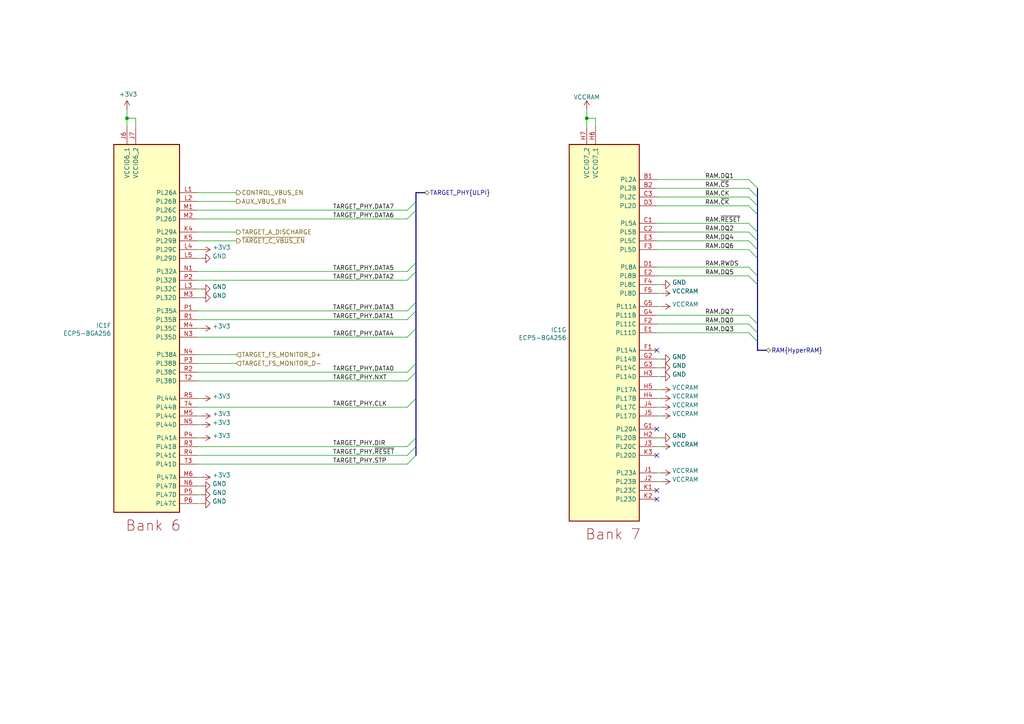
<source format=kicad_sch>
(kicad_sch (version 20211123) (generator eeschema)
  (paper "A4")
  (title_block (title "Cynthion") (date "${DATE}") (rev "${VERSION}") (company "Copyright 2019-2023 Great Scott Gadgets") (comment 1 "Licensed under the CERN-OHL-P v2"))
  (lib_symbols
    (symbol "fpgas_and_processors:ECP5-BGA256" (pin_names (offset 0.762))
      (property "Reference" "IC" (at -2.54 1.27 0))
      (property "Value" "ECP5-BGA256" (at 10.16 1.27 0))
      (symbol "ECP5-BGA256_1_0"
        (rectangle (start 5.08 0) (end 33.02 -71.12) (stroke (width 0.3048)) (fill (type background)))
      )
      (symbol "ECP5-BGA256_1_1"
        (text "FPGA Supplies" (at 19.05 -76.2 0) (effects (font (size 2.9972 2.9972))))
        (pin power_in line (at 38.1 -2.54 180) (length 5.08) (name "GND_1") (number "A1"))
        (pin power_in line (at 38.1 -5.08 180) (length 5.08) (name "GND_2") (number "A16"))
        (pin power_in line (at 38.1 -10.16 180) (length 5.08) (name "GND_4") (number "D15"))
        (pin power_in line (at 38.1 -7.62 180) (length 5.08) (name "GND_3") (number "D2"))
        (pin power_in line (at 38.1 -12.7 180) (length 5.08) (name "GND_5") (number "F8"))
        (pin power_in line (at 38.1 -15.24 180) (length 5.08) (name "GND_6") (number "F9"))
        (pin power_in line (at 38.1 -20.32 180) (length 5.08) (name "GND_8") (number "G10"))
        (pin power_in line (at 0 -66.04 0) (length 5.08) (name "VCCAUX_1") (number "G11"))
        (pin power_in line (at 0 -2.54 0) (length 5.08) (name "VCC_1") (number "G6"))
        (pin power_in line (at 0 -5.08 0) (length 5.08) (name "VCC_2") (number "G7"))
        (pin power_in line (at 38.1 -17.78 180) (length 5.08) (name "GND_7") (number "G8"))
        (pin power_in line (at 0 -7.62 0) (length 5.08) (name "VCC_3") (number "G9"))
        (pin power_in line (at 38.1 -22.86 180) (length 5.08) (name "GND_9") (number "H1"))
        (pin power_in line (at 38.1 -30.48 180) (length 5.08) (name "GND_12") (number "H10"))
        (pin power_in line (at 38.1 -33.02 180) (length 5.08) (name "GND_13") (number "H16"))
        (pin power_in line (at 38.1 -25.4 180) (length 5.08) (name "GND_10") (number "H8"))
        (pin power_in line (at 38.1 -27.94 180) (length 5.08) (name "GND_11") (number "H9"))
        (pin power_in line (at 38.1 -40.64 180) (length 5.08) (name "GND_16") (number "J10"))
        (pin power_in line (at 38.1 -35.56 180) (length 5.08) (name "GND_14") (number "J8"))
        (pin power_in line (at 38.1 -38.1 180) (length 5.08) (name "GND_15") (number "J9"))
        (pin power_in line (at 38.1 -53.34 180) (length 5.08) (name "GND_21") (number "K10"))
        (pin power_in line (at 38.1 -43.18 180) (length 5.08) (name "GND_17") (number "K6"))
        (pin power_in line (at 38.1 -45.72 180) (length 5.08) (name "GND_18") (number "K7"))
        (pin power_in line (at 38.1 -48.26 180) (length 5.08) (name "GND_19") (number "K8"))
        (pin power_in line (at 38.1 -50.8 180) (length 5.08) (name "GND_20") (number "K9"))
        (pin power_in line (at 0 -15.24 0) (length 5.08) (name "VCC_6") (number "L10"))
        (pin power_in line (at 0 -68.58 0) (length 5.08) (name "VCCAUX_2") (number "L7"))
        (pin power_in line (at 0 -10.16 0) (length 5.08) (name "VCC_4") (number "L8"))
        (pin power_in line (at 0 -12.7 0) (length 5.08) (name "VCC_5") (number "L9"))
        (pin power_in line (at 38.1 -58.42 180) (length 5.08) (name "GND_23") (number "N15"))
        (pin power_in line (at 38.1 -55.88 180) (length 5.08) (name "GND_22") (number "N2"))
        (pin power_in line (at 38.1 -60.96 180) (length 5.08) (name "GND_24") (number "T1"))
        (pin power_in line (at 38.1 -66.04 180) (length 5.08) (name "GND_26") (number "T12"))
        (pin power_in line (at 38.1 -68.58 180) (length 5.08) (name "GND_27") (number "T16"))
        (pin power_in line (at 38.1 -63.5 180) (length 5.08) (name "GND_25") (number "T5"))
      )
      (symbol "ECP5-BGA256_2_1"
        (rectangle (start 0 0) (end 19.05 -74.93) (stroke (width 0.3048)) (fill (type background)))
        (text "Bank 0" (at 10.16 -78.74 0) (effects (font (size 2.9972 2.9972))))
        (pin bidirectional line (at 24.13 -11.43 180) (length 5.08) (name "PT4A") (number "A2"))
        (pin bidirectional line (at 24.13 -16.51 180) (length 5.08) (name "PT6A") (number "A3"))
        (pin bidirectional line (at 24.13 -19.05 180) (length 5.08) (name "PT6B") (number "A4"))
        (pin bidirectional line (at 24.13 -43.18 180) (length 5.08) (name "PT18A") (number "A5"))
        (pin bidirectional line (at 24.13 -45.72 180) (length 5.08) (name "PT18B") (number "A6"))
        (pin bidirectional line (at 24.13 -68.58 180) (length 5.08) (name "PT29A") (number "A7"))
        (pin bidirectional line (at 24.13 -71.12 180) (length 5.08) (name "PT29B") (number "A8"))
        (pin bidirectional line (at 24.13 -13.97 180) (length 5.08) (name "PT4B") (number "B3"))
        (pin bidirectional line (at 24.13 -29.21 180) (length 5.08) (name "PT11B") (number "B4"))
        (pin bidirectional line (at 24.13 -39.37 180) (length 5.08) (name "PT15B") (number "B5"))
        (pin bidirectional line (at 24.13 -55.88 180) (length 5.08) (name "PT22B") (number "B6"))
        (pin bidirectional line (at 24.13 -66.04 180) (length 5.08) (name "PT27B") (number "B7"))
        (pin bidirectional line (at 24.13 -26.67 180) (length 5.08) (name "PT11A") (number "C4"))
        (pin bidirectional line (at 24.13 -36.83 180) (length 5.08) (name "PT15A") (number "C5"))
        (pin bidirectional line (at 24.13 -53.34 180) (length 5.08) (name "PT22A") (number "C6"))
        (pin bidirectional line (at 24.13 -63.5 180) (length 5.08) (name "PT27A") (number "C7"))
        (pin bidirectional line (at 24.13 -24.13 180) (length 5.08) (name "PT9B") (number "D4"))
        (pin bidirectional line (at 24.13 -34.29 180) (length 5.08) (name "PT13B") (number "D5"))
        (pin bidirectional line (at 24.13 -50.8 180) (length 5.08) (name "PT20B") (number "D6"))
        (pin bidirectional line (at 24.13 -60.96 180) (length 5.08) (name "PT24B") (number "D7"))
        (pin bidirectional line (at 24.13 -21.59 180) (length 5.08) (name "PT9A") (number "E4"))
        (pin bidirectional line (at 24.13 -31.75 180) (length 5.08) (name "PT13A") (number "E5"))
        (pin bidirectional line (at 24.13 -48.26 180) (length 5.08) (name "PT20A") (number "E6"))
        (pin bidirectional line (at 24.13 -58.42 180) (length 5.08) (name "PT24A") (number "E7"))
        (pin power_in line (at 7.62 5.08 270) (length 5.08) (name "VCCIO0_1") (number "F6"))
        (pin power_in line (at 5.08 5.08 270) (length 5.08) (name "VCCIO0_2") (number "F7"))
      )
      (symbol "ECP5-BGA256_3_0"
        (rectangle (start 0 0) (end 21.59 -93.98) (stroke (width 0.3048)) (fill (type background)))
      )
      (symbol "ECP5-BGA256_3_1"
        (text "Bank 1" (at 8.89 -96.52 0) (effects (font (size 2.9972 2.9972))))
        (pin bidirectional line (at 26.67 -34.29 180) (length 5.08) (name "PT42B") (number "A10"))
        (pin bidirectional line (at 26.67 -57.15 180) (length 5.08) (name "PT53A") (number "A11"))
        (pin bidirectional line (at 26.67 -59.69 180) (length 5.08) (name "PT53B") (number "A12"))
        (pin bidirectional line (at 26.67 -82.55 180) (length 5.08) (name "PT65A") (number "A13"))
        (pin bidirectional line (at 26.67 -85.09 180) (length 5.08) (name "PT65B") (number "A14"))
        (pin bidirectional line (at 26.67 -90.17 180) (length 5.08) (name "PT67B") (number "A15"))
        (pin bidirectional line (at 26.67 -31.75 180) (length 5.08) (name "PT42A") (number "A9"))
        (pin bidirectional line (at 26.67 -36.83 180) (length 5.08) (name "PT44A") (number "B10"))
        (pin bidirectional line (at 26.67 -46.99 180) (length 5.08) (name "PT49A") (number "B11"))
        (pin bidirectional line (at 26.67 -62.23 180) (length 5.08) (name "PT56A") (number "B12"))
        (pin bidirectional line (at 26.67 -72.39 180) (length 5.08) (name "PT60A") (number "B13"))
        (pin bidirectional line (at 26.67 -87.63 180) (length 5.08) (name "PT67A") (number "B14"))
        (pin bidirectional line (at 26.67 -19.05 180) (length 5.08) (name "PT35B") (number "B8"))
        (pin bidirectional line (at 26.67 -21.59 180) (length 5.08) (name "PT38A") (number "B9"))
        (pin bidirectional line (at 26.67 -39.37 180) (length 5.08) (name "PT44B") (number "C10"))
        (pin bidirectional line (at 26.67 -49.53 180) (length 5.08) (name "PT49B") (number "C11"))
        (pin bidirectional line (at 26.67 -64.77 180) (length 5.08) (name "PT56B") (number "C12"))
        (pin bidirectional line (at 26.67 -74.93 180) (length 5.08) (name "PT60B") (number "C13"))
        (pin bidirectional line (at 26.67 -16.51 180) (length 5.08) (name "PT35A") (number "C8"))
        (pin bidirectional line (at 26.67 -24.13 180) (length 5.08) (name "PT38B") (number "C9"))
        (pin bidirectional line (at 26.67 -41.91 180) (length 5.08) (name "PT47A") (number "D10"))
        (pin bidirectional line (at 26.67 -52.07 180) (length 5.08) (name "PT51A") (number "D11"))
        (pin bidirectional line (at 26.67 -67.31 180) (length 5.08) (name "PT58A") (number "D12"))
        (pin bidirectional line (at 26.67 -77.47 180) (length 5.08) (name "PT62A") (number "D13"))
        (pin bidirectional line (at 26.67 -13.97 180) (length 5.08) (name "PT33B") (number "D8"))
        (pin bidirectional line (at 26.67 -26.67 180) (length 5.08) (name "PT40A") (number "D9"))
        (pin bidirectional line (at 26.67 -44.45 180) (length 5.08) (name "PT47B") (number "E10"))
        (pin bidirectional line (at 26.67 -54.61 180) (length 5.08) (name "PT51B") (number "E11"))
        (pin bidirectional line (at 26.67 -69.85 180) (length 5.08) (name "PT58B") (number "E12"))
        (pin bidirectional line (at 26.67 -80.01 180) (length 5.08) (name "PT62B") (number "E13"))
        (pin bidirectional line (at 26.67 -11.43 180) (length 5.08) (name "PT33A") (number "E8"))
        (pin bidirectional line (at 26.67 -29.21 180) (length 5.08) (name "PT40B") (number "E9"))
        (pin power_in line (at 6.35 5.08 270) (length 5.08) (name "VCCIO1_1") (number "F10"))
        (pin power_in line (at 3.81 5.08 270) (length 5.08) (name "VCCIO1_2") (number "F11"))
      )
      (symbol "ECP5-BGA256_4_1"
        (rectangle (start 0 0) (end 19.05 -93.98) (stroke (width 0.3048)) (fill (type background)))
        (text "Bank 2" (at 10.16 -97.79 0) (effects (font (size 2.9972 2.9972))))
        (pin bidirectional line (at 24.13 -13.97 180) (length 5.08) (name "PR2B") (number "B15"))
        (pin bidirectional line (at 24.13 -11.43 180) (length 5.08) (name "PR2A") (number "B16"))
        (pin bidirectional line (at 24.13 -16.51 180) (length 5.08) (name "PR2C") (number "C14"))
        (pin bidirectional line (at 24.13 -24.13 180) (length 5.08) (name "PR5B") (number "C15"))
        (pin bidirectional line (at 24.13 -21.59 180) (length 5.08) (name "PR5A") (number "C16"))
        (pin bidirectional line (at 24.13 -19.05 180) (length 5.08) (name "PR2D") (number "D14"))
        (pin bidirectional line (at 24.13 -31.75 180) (length 5.08) (name "PR8A") (number "D16"))
        (pin bidirectional line (at 24.13 -26.67 180) (length 5.08) (name "PR5C") (number "E14"))
        (pin bidirectional line (at 24.13 -34.29 180) (length 5.08) (name "PR8B") (number "E15"))
        (pin bidirectional line (at 24.13 -49.53 180) (length 5.08) (name "PR11D") (number "E16"))
        (pin bidirectional line (at 24.13 -39.37 180) (length 5.08) (name "PR8D") (number "F12"))
        (pin bidirectional line (at 24.13 -36.83 180) (length 5.08) (name "PR8C") (number "F13"))
        (pin bidirectional line (at 24.13 -29.21 180) (length 5.08) (name "PR5D") (number "F14"))
        (pin bidirectional line (at 24.13 -46.99 180) (length 5.08) (name "PR11C") (number "F15"))
        (pin bidirectional line (at 24.13 -52.07 180) (length 5.08) (name "PR14A") (number "F16"))
        (pin bidirectional line (at 24.13 -41.91 180) (length 5.08) (name "PR11A") (number "G12"))
        (pin bidirectional line (at 24.13 -44.45 180) (length 5.08) (name "PR11B") (number "G13"))
        (pin bidirectional line (at 24.13 -57.15 180) (length 5.08) (name "PR14C") (number "G14"))
        (pin bidirectional line (at 24.13 -54.61 180) (length 5.08) (name "PR14B") (number "G15"))
        (pin bidirectional line (at 24.13 -72.39 180) (length 5.08) (name "PR20A") (number "G16"))
        (pin power_in line (at 3.81 5.08 270) (length 5.08) (name "VCCIO2_1") (number "H11"))
        (pin bidirectional line (at 24.13 -62.23 180) (length 5.08) (name "PR17A") (number "H12"))
        (pin bidirectional line (at 24.13 -64.77 180) (length 5.08) (name "PR17B") (number "H13"))
        (pin bidirectional line (at 24.13 -59.69 180) (length 5.08) (name "PR14D") (number "H14"))
        (pin bidirectional line (at 24.13 -74.93 180) (length 5.08) (name "PR20B") (number "H15"))
        (pin power_in line (at 6.35 5.08 270) (length 5.08) (name "VCCIO2_2") (number "J11"))
        (pin bidirectional line (at 24.13 -69.85 180) (length 5.08) (name "PR17D") (number "J12"))
        (pin bidirectional line (at 24.13 -67.31 180) (length 5.08) (name "PR17C") (number "J13"))
        (pin bidirectional line (at 24.13 -77.47 180) (length 5.08) (name "PR20C") (number "J14"))
        (pin bidirectional line (at 24.13 -85.09 180) (length 5.08) (name "PR23B") (number "J15"))
        (pin bidirectional line (at 24.13 -82.55 180) (length 5.08) (name "PR23A") (number "J16"))
        (pin bidirectional line (at 24.13 -80.01 180) (length 5.08) (name "PR20D") (number "K14"))
        (pin bidirectional line (at 24.13 -90.17 180) (length 5.08) (name "PR23D") (number "K15"))
        (pin bidirectional line (at 24.13 -87.63 180) (length 5.08) (name "PR23C") (number "K16"))
      )
      (symbol "ECP5-BGA256_5_0"
        (rectangle (start 0 0) (end 20.32 -91.44) (stroke (width 0.3048)) (fill (type background)))
      )
      (symbol "ECP5-BGA256_5_1"
        (text "Bank 3" (at 15.24 -96.52 0) (effects (font (size 2.9972 2.9972))))
        (pin power_in line (at 3.81 5.08 270) (length 5.08) (name "VCCIO3_1") (number "K11"))
        (pin bidirectional line (at 25.4 -22.86 180) (length 5.08) (name "PR29B") (number "K12"))
        (pin bidirectional line (at 25.4 -20.32 180) (length 5.08) (name "PR29A") (number "K13"))
        (pin power_in line (at 6.35 5.08 270) (length 5.08) (name "VCCIO3_2") (number "L11"))
        (pin bidirectional line (at 25.4 -27.94 180) (length 5.08) (name "PR29D") (number "L12"))
        (pin bidirectional line (at 25.4 -25.4 180) (length 5.08) (name "PR29C") (number "L13"))
        (pin bidirectional line (at 25.4 -35.56 180) (length 5.08) (name "PR32C") (number "L14"))
        (pin bidirectional line (at 25.4 -12.7 180) (length 5.08) (name "PR26B") (number "L15"))
        (pin bidirectional line (at 25.4 -10.16 180) (length 5.08) (name "PR26A") (number "L16"))
        (pin bidirectional line (at 25.4 -81.28 180) (length 5.08) (name "PR47A") (number "M11"))
        (pin bidirectional line (at 25.4 -76.2 180) (length 5.08) (name "PR44C") (number "M12"))
        (pin bidirectional line (at 25.4 -45.72 180) (length 5.08) (name "PR35C") (number "M13"))
        (pin bidirectional line (at 25.4 -38.1 180) (length 5.08) (name "PR32D") (number "M14"))
        (pin bidirectional line (at 25.4 -17.78 180) (length 5.08) (name "PR26D") (number "M15"))
        (pin bidirectional line (at 25.4 -15.24 180) (length 5.08) (name "PR26C") (number "M16"))
        (pin bidirectional line (at 25.4 -83.82 180) (length 5.08) (name "PR47B") (number "N11"))
        (pin bidirectional line (at 25.4 -78.74 180) (length 5.08) (name "PR44D") (number "N12"))
        (pin bidirectional line (at 25.4 -50.8 180) (length 5.08) (name "PR38A") (number "N13"))
        (pin bidirectional line (at 25.4 -48.26 180) (length 5.08) (name "PR35D") (number "N14"))
        (pin bidirectional line (at 25.4 -30.48 180) (length 5.08) (name "PR32A") (number "N16"))
        (pin bidirectional line (at 25.4 -86.36 180) (length 5.08) (name "PR47C") (number "P11"))
        (pin bidirectional line (at 25.4 -88.9 180) (length 5.08) (name "PR47D") (number "P12"))
        (pin bidirectional line (at 25.4 -60.96 180) (length 5.08) (name "PR41A") (number "P13"))
        (pin bidirectional line (at 25.4 -53.34 180) (length 5.08) (name "PR38B") (number "P14"))
        (pin bidirectional line (at 25.4 -33.02 180) (length 5.08) (name "PR32B") (number "P15"))
        (pin bidirectional line (at 25.4 -40.64 180) (length 5.08) (name "PR35A") (number "P16"))
        (pin bidirectional line (at 25.4 -71.12 180) (length 5.08) (name "PR44A") (number "R12"))
        (pin bidirectional line (at 25.4 -66.04 180) (length 5.08) (name "PR41C") (number "R13"))
        (pin bidirectional line (at 25.4 -63.5 180) (length 5.08) (name "PR41B") (number "R14"))
        (pin bidirectional line (at 25.4 -55.88 180) (length 5.08) (name "PR38C") (number "R15"))
        (pin bidirectional line (at 25.4 -43.18 180) (length 5.08) (name "PR35B") (number "R16"))
        (pin bidirectional line (at 25.4 -73.66 180) (length 5.08) (name "PR44B") (number "T13"))
        (pin bidirectional line (at 25.4 -68.58 180) (length 5.08) (name "PR41D") (number "T14"))
        (pin bidirectional line (at 25.4 -58.42 180) (length 5.08) (name "PR38D") (number "T15"))
      )
      (symbol "ECP5-BGA256_6_1"
        (rectangle (start 0 0) (end 19.05 -106.68) (stroke (width 0.3048)) (fill (type background)))
        (text "Bank 6" (at 11.43 -110.49 0) (effects (font (size 2.9972 2.9972))))
        (pin power_in line (at 3.81 5.08 270) (length 5.08) (name "VCCIO6_1") (number "J6"))
        (pin power_in line (at 6.35 5.08 270) (length 5.08) (name "VCCIO6_2") (number "J7"))
        (pin bidirectional line (at 24.13 -25.4 180) (length 5.08) (name "PL29A") (number "K4"))
        (pin bidirectional line (at 24.13 -27.94 180) (length 5.08) (name "PL29B") (number "K5"))
        (pin bidirectional line (at 24.13 -13.97 180) (length 5.08) (name "PL26A") (number "L1"))
        (pin bidirectional line (at 24.13 -16.51 180) (length 5.08) (name "PL26B") (number "L2"))
        (pin bidirectional line (at 24.13 -41.91 180) (length 5.08) (name "PL32C") (number "L3"))
        (pin bidirectional line (at 24.13 -30.48 180) (length 5.08) (name "PL29C") (number "L4"))
        (pin bidirectional line (at 24.13 -33.02 180) (length 5.08) (name "PL29D") (number "L5"))
        (pin bidirectional line (at 24.13 -19.05 180) (length 5.08) (name "PL26C") (number "M1"))
        (pin bidirectional line (at 24.13 -21.59 180) (length 5.08) (name "PL26D") (number "M2"))
        (pin bidirectional line (at 24.13 -44.45 180) (length 5.08) (name "PL32D") (number "M3"))
        (pin bidirectional line (at 24.13 -53.34 180) (length 5.08) (name "PL35C") (number "M4"))
        (pin bidirectional line (at 24.13 -78.74 180) (length 5.08) (name "PL44C") (number "M5"))
        (pin bidirectional line (at 24.13 -96.52 180) (length 5.08) (name "PL47A") (number "M6"))
        (pin bidirectional line (at 24.13 -36.83 180) (length 5.08) (name "PL32A") (number "N1"))
        (pin bidirectional line (at 24.13 -55.88 180) (length 5.08) (name "PL35D") (number "N3"))
        (pin bidirectional line (at 24.13 -60.96 180) (length 5.08) (name "PL38A") (number "N4"))
        (pin bidirectional line (at 24.13 -81.28 180) (length 5.08) (name "PL44D") (number "N5"))
        (pin bidirectional line (at 24.13 -99.06 180) (length 5.08) (name "PL47B") (number "N6"))
        (pin bidirectional line (at 24.13 -48.26 180) (length 5.08) (name "PL35A") (number "P1"))
        (pin bidirectional line (at 24.13 -39.37 180) (length 5.08) (name "PL32B") (number "P2"))
        (pin bidirectional line (at 24.13 -63.5 180) (length 5.08) (name "PL38B") (number "P3"))
        (pin bidirectional line (at 24.13 -85.09 180) (length 5.08) (name "PL41A") (number "P4"))
        (pin bidirectional line (at 24.13 -101.6 180) (length 5.08) (name "PL47D") (number "P5"))
        (pin bidirectional line (at 24.13 -104.14 180) (length 5.08) (name "PL47C") (number "P6"))
        (pin bidirectional line (at 24.13 -50.8 180) (length 5.08) (name "PL35B") (number "R1"))
        (pin bidirectional line (at 24.13 -66.04 180) (length 5.08) (name "PL38C") (number "R2"))
        (pin bidirectional line (at 24.13 -87.63 180) (length 5.08) (name "PL41B") (number "R3"))
        (pin bidirectional line (at 24.13 -90.17 180) (length 5.08) (name "PL41C") (number "R4"))
        (pin bidirectional line (at 24.13 -73.66 180) (length 5.08) (name "PL44A") (number "R5"))
        (pin bidirectional line (at 24.13 -68.58 180) (length 5.08) (name "PL38D") (number "T2"))
        (pin bidirectional line (at 24.13 -92.71 180) (length 5.08) (name "PL41D") (number "T3"))
        (pin bidirectional line (at 24.13 -76.2 180) (length 5.08) (name "PL44B") (number "T4"))
      )
      (symbol "ECP5-BGA256_7_1"
        (rectangle (start 0 0) (end 20.32 -109.22) (stroke (width 0.3048)) (fill (type background)))
        (text "Bank 7" (at 12.7 -113.03 0) (effects (font (size 2.9972 2.9972))))
        (pin bidirectional line (at 25.4 -10.16 180) (length 5.08) (name "PL2A") (number "B1"))
        (pin bidirectional line (at 25.4 -12.7 180) (length 5.08) (name "PL2B") (number "B2"))
        (pin bidirectional line (at 25.4 -22.86 180) (length 5.08) (name "PL5A") (number "C1"))
        (pin bidirectional line (at 25.4 -25.4 180) (length 5.08) (name "PL5B") (number "C2"))
        (pin bidirectional line (at 25.4 -15.24 180) (length 5.08) (name "PL2C") (number "C3"))
        (pin bidirectional line (at 25.4 -35.56 180) (length 5.08) (name "PL8A") (number "D1"))
        (pin bidirectional line (at 25.4 -17.78 180) (length 5.08) (name "PL2D") (number "D3"))
        (pin bidirectional line (at 25.4 -54.61 180) (length 5.08) (name "PL11D") (number "E1"))
        (pin bidirectional line (at 25.4 -38.1 180) (length 5.08) (name "PL8B") (number "E2"))
        (pin bidirectional line (at 25.4 -27.94 180) (length 5.08) (name "PL5C") (number "E3"))
        (pin bidirectional line (at 25.4 -59.69 180) (length 5.08) (name "PL14A") (number "F1"))
        (pin bidirectional line (at 25.4 -52.07 180) (length 5.08) (name "PL11C") (number "F2"))
        (pin bidirectional line (at 25.4 -30.48 180) (length 5.08) (name "PL5D") (number "F3"))
        (pin bidirectional line (at 25.4 -40.64 180) (length 5.08) (name "PL8C") (number "F4"))
        (pin bidirectional line (at 25.4 -43.18 180) (length 5.08) (name "PL8D") (number "F5"))
        (pin bidirectional line (at 25.4 -82.55 180) (length 5.08) (name "PL20A") (number "G1"))
        (pin bidirectional line (at 25.4 -62.23 180) (length 5.08) (name "PL14B") (number "G2"))
        (pin bidirectional line (at 25.4 -64.77 180) (length 5.08) (name "PL14C") (number "G3"))
        (pin bidirectional line (at 25.4 -49.53 180) (length 5.08) (name "PL11B") (number "G4"))
        (pin bidirectional line (at 25.4 -46.99 180) (length 5.08) (name "PL11A") (number "G5"))
        (pin bidirectional line (at 25.4 -85.09 180) (length 5.08) (name "PL20B") (number "H2"))
        (pin bidirectional line (at 25.4 -67.31 180) (length 5.08) (name "PL14D") (number "H3"))
        (pin bidirectional line (at 25.4 -73.66 180) (length 5.08) (name "PL17B") (number "H4"))
        (pin bidirectional line (at 25.4 -71.12 180) (length 5.08) (name "PL17A") (number "H5"))
        (pin power_in line (at 7.62 5.08 270) (length 5.08) (name "VCCIO7_1") (number "H6"))
        (pin power_in line (at 5.08 5.08 270) (length 5.08) (name "VCCIO7_2") (number "H7"))
        (pin bidirectional line (at 25.4 -95.25 180) (length 5.08) (name "PL23A") (number "J1"))
        (pin bidirectional line (at 25.4 -97.79 180) (length 5.08) (name "PL23B") (number "J2"))
        (pin bidirectional line (at 25.4 -87.63 180) (length 5.08) (name "PL20C") (number "J3"))
        (pin bidirectional line (at 25.4 -76.2 180) (length 5.08) (name "PL17C") (number "J4"))
        (pin bidirectional line (at 25.4 -78.74 180) (length 5.08) (name "PL17D") (number "J5"))
        (pin bidirectional line (at 25.4 -100.33 180) (length 5.08) (name "PL23C") (number "K1"))
        (pin bidirectional line (at 25.4 -102.87 180) (length 5.08) (name "PL23D") (number "K2"))
        (pin bidirectional line (at 25.4 -90.17 180) (length 5.08) (name "PL20D") (number "K3"))
      )
      (symbol "ECP5-BGA256_8_0"
        (text "(Config)" (at 13.97 -97.79 0) (effects (font (size 2.9972 2.9972))))
        (text "Bank 8" (at 13.97 -92.71 0) (effects (font (size 2.9972 2.9972))))
      )
      (symbol "ECP5-BGA256_8_1"
        (rectangle (start 0 0) (end 21.59 -88.9) (stroke (width 0.3048)) (fill (type background)))
        (pin power_in line (at 5.08 5.08 270) (length 5.08) (name "VCCIO8") (number "L6"))
        (pin output line (at 26.67 -57.15 180) (length 5.08) (name "TDO") (number "M10"))
        (pin bidirectional line (at 26.67 -24.13 180) (length 5.08) (name "D2/PB9B") (number "M7"))
        (pin bidirectional line (at 26.67 -39.37 180) (length 5.08) (name "DOUT/CSON/PB15B") (number "M8"))
        (pin bidirectional line (at 26.67 -41.91 180) (length 5.08) (name "WRITEEN/PB18A") (number "M9"))
        (pin input line (at 26.67 -68.58 180) (length 5.08) (name "CFG_0") (number "N10"))
        (pin bidirectional line (at 26.67 -21.59 180) (length 5.08) (name "D3/PB9A") (number "N7"))
        (pin bidirectional line (at 26.67 -36.83 180) (length 5.08) (name "HOLDN/DI/PB15A") (number "N8"))
        (pin bidirectional line (at 26.67 -63.5 180) (length 5.08) (name "MCLK/SCLK/CCLK") (number "N9"))
        (pin input line (at 26.67 -71.12 180) (length 5.08) (name "CFG_1") (number "P10"))
        (pin bidirectional line (at 26.67 -19.05 180) (length 5.08) (name "D4/PICO2/PB6B") (number "P7"))
        (pin bidirectional line (at 26.67 -34.29 180) (length 5.08) (name "CS1N/PB13B") (number "P8"))
        (pin bidirectional line (at 26.67 -80.01 180) (length 5.08) (name "DONE") (number "P9"))
        (pin input line (at 26.67 -73.66 180) (length 5.08) (name "CFG_2") (number "R10"))
        (pin input line (at 26.67 -54.61 180) (length 5.08) (name "TDI") (number "R11"))
        (pin bidirectional line (at 26.67 -13.97 180) (length 5.08) (name "D6/PB4B") (number "R6"))
        (pin bidirectional line (at 26.67 -16.51 180) (length 5.08) (name "D5/POCI2/PB6A") (number "R7"))
        (pin bidirectional line (at 26.67 -31.75 180) (length 5.08) (name "SN/CSN/PB13A") (number "R8"))
        (pin bidirectional line (at 26.67 -85.09 180) (length 5.08) (name "PROGRAMN") (number "R9"))
        (pin input line (at 26.67 -52.07 180) (length 5.08) (name "TCK") (number "T10"))
        (pin input line (at 26.67 -49.53 180) (length 5.08) (name "TMS") (number "T11"))
        (pin bidirectional line (at 26.67 -11.43 180) (length 5.08) (name "D7/PB4A") (number "T6"))
        (pin bidirectional line (at 26.67 -26.67 180) (length 5.08) (name "D1/POCI/PB11A") (number "T7"))
        (pin bidirectional line (at 26.67 -29.21 180) (length 5.08) (name "D0/PICO/PB11B") (number "T8"))
        (pin bidirectional line (at 26.67 -82.55 180) (length 5.08) (name "INITN") (number "T9"))
      )
    )
    (symbol "power:+3V3" (power) (pin_names (offset 0))
      (property "Value" "+3V3" (at 0 3.556 0))
      (symbol "+3V3_0_1"
        (polyline (pts (xy -0.762 1.27) (xy 0 2.54)))
        (polyline (pts (xy 0 0) (xy 0 2.54)))
        (polyline (pts (xy 0 2.54) (xy 0.762 1.27)))
      )
      (symbol "+3V3_1_1"
        (pin power_in line (at 0 0 90) (length 0) hide (name "+3V3") (number "1"))
      )
    )
    (symbol "power:GND" (power) (pin_names (offset 0))
      (property "Value" "GND" (at 0 -3.81 0))
      (symbol "GND_0_1"
        (polyline (pts (xy 0 0) (xy 0 -1.27) (xy 1.27 -1.27) (xy 0 -2.54) (xy -1.27 -1.27) (xy 0 -1.27)))
      )
      (symbol "GND_1_1"
        (pin power_in line (at 0 0 270) (length 0) hide (name "GND") (number "1"))
      )
    )
    (symbol "support_hardware:VCCRAM" (power) (pin_names (offset 0))
      (property "Value" "VCCRAM" (at 0 3.81 0))
      (symbol "VCCRAM_0_1"
        (polyline (pts (xy -0.762 1.27) (xy 0 2.54)))
        (polyline (pts (xy 0 0) (xy 0 2.54)))
        (polyline (pts (xy 0 2.54) (xy 0.762 1.27)))
      )
      (symbol "VCCRAM_1_1"
        (pin power_in line (at 0 0 90) (length 0) hide (name "VCCRAM") (number "1"))
      )
    )
  )
  (junction (at 36.83 34.29))
  (junction (at 170.18 34.29))
  (no_connect (at 190.5 132.08))
  (no_connect (at 190.5 144.78))
  (no_connect (at 190.5 101.6))
  (no_connect (at 190.5 124.46))
  (no_connect (at 190.5 142.24))
  (bus_entry (at 217.17 72.39) (size 2.54 2.54))
  (bus_entry (at 118.11 110.49) (size 2.54 -2.54))
  (bus_entry (at 217.17 93.98) (size 2.54 2.54))
  (bus_entry (at 217.17 69.85) (size 2.54 2.54))
  (bus_entry (at 118.11 129.54) (size 2.54 -2.54))
  (bus_entry (at 217.17 77.47) (size 2.54 2.54))
  (bus_entry (at 118.11 90.17) (size 2.54 -2.54))
  (bus_entry (at 217.17 67.31) (size 2.54 2.54))
  (bus_entry (at 118.11 63.5) (size 2.54 -2.54))
  (bus_entry (at 217.17 80.01) (size 2.54 2.54))
  (bus_entry (at 118.11 97.79) (size 2.54 -2.54))
  (bus_entry (at 120.65 90.17) (size -2.54 2.54))
  (bus_entry (at 217.17 64.77) (size 2.54 2.54))
  (bus_entry (at 118.11 60.96) (size 2.54 -2.54))
  (bus_entry (at 217.17 52.07) (size 2.54 2.54))
  (bus_entry (at 217.17 59.69) (size 2.54 2.54))
  (bus_entry (at 118.11 132.08) (size 2.54 -2.54))
  (bus_entry (at 118.11 134.62) (size 2.54 -2.54))
  (bus_entry (at 118.11 107.95) (size 2.54 -2.54))
  (bus_entry (at 118.11 78.74) (size 2.54 -2.54))
  (bus_entry (at 118.11 81.28) (size 2.54 -2.54))
  (bus_entry (at 217.17 96.52) (size 2.54 2.54))
  (bus_entry (at 217.17 54.61) (size 2.54 2.54))
  (bus_entry (at 118.11 118.11) (size 2.54 -2.54))
  (bus_entry (at 217.17 91.44) (size 2.54 2.54))
  (bus_entry (at 217.17 57.15) (size 2.54 2.54))
  (wire (pts (xy 190.5 104.14) (xy 191.77 104.14)))
  (bus (pts (xy 219.71 74.93) (xy 219.71 80.01)))
  (wire (pts (xy 190.5 85.09) (xy 191.77 85.09)))
  (wire (pts (xy 190.5 57.15) (xy 217.17 57.15)))
  (wire (pts (xy 190.5 109.22) (xy 191.77 109.22)))
  (wire (pts (xy 170.18 34.29) (xy 172.72 34.29)))
  (wire (pts (xy 57.15 83.82) (xy 58.42 83.82)))
  (bus (pts (xy 219.71 93.98) (xy 219.71 96.52)))
  (wire (pts (xy 57.15 138.43) (xy 58.42 138.43)))
  (wire (pts (xy 58.42 143.51) (xy 57.15 143.51)))
  (wire (pts (xy 190.5 127) (xy 191.77 127)))
  (wire (pts (xy 68.58 69.85) (xy 57.15 69.85)))
  (wire (pts (xy 190.5 113.03) (xy 191.77 113.03)))
  (wire (pts (xy 190.5 120.65) (xy 191.77 120.65)))
  (bus (pts (xy 120.65 58.42) (xy 120.65 55.88)))
  (bus (pts (xy 219.71 62.23) (xy 219.71 67.31)))
  (bus (pts (xy 120.65 129.54) (xy 120.65 132.08)))
  (bus (pts (xy 120.65 78.74) (xy 120.65 87.63)))
  (wire (pts (xy 190.5 77.47) (xy 217.17 77.47)))
  (wire (pts (xy 58.42 86.36) (xy 57.15 86.36)))
  (wire (pts (xy 190.5 69.85) (xy 217.17 69.85)))
  (wire (pts (xy 190.5 96.52) (xy 217.17 96.52)))
  (bus (pts (xy 120.65 76.2) (xy 120.65 78.74)))
  (bus (pts (xy 219.71 57.15) (xy 219.71 59.69)))
  (bus (pts (xy 120.65 115.57) (xy 120.65 127)))
  (wire (pts (xy 190.5 80.01) (xy 217.17 80.01)))
  (bus (pts (xy 219.71 69.85) (xy 219.71 72.39)))
  (wire (pts (xy 190.5 88.9) (xy 191.77 88.9)))
  (wire (pts (xy 118.11 132.08) (xy 57.15 132.08)))
  (wire (pts (xy 118.11 78.74) (xy 57.15 78.74)))
  (bus (pts (xy 219.71 99.06) (xy 219.71 101.6)))
  (bus (pts (xy 120.65 58.42) (xy 120.65 60.96)))
  (wire (pts (xy 190.5 67.31) (xy 217.17 67.31)))
  (wire (pts (xy 190.5 93.98) (xy 217.17 93.98)))
  (wire (pts (xy 57.15 90.17) (xy 118.11 90.17)))
  (wire (pts (xy 118.11 118.11) (xy 57.15 118.11)))
  (wire (pts (xy 190.5 106.68) (xy 191.77 106.68)))
  (wire (pts (xy 57.15 127) (xy 58.42 127)))
  (wire (pts (xy 190.5 91.44) (xy 217.17 91.44)))
  (bus (pts (xy 219.71 67.31) (xy 219.71 69.85)))
  (wire (pts (xy 190.5 139.7) (xy 191.77 139.7)))
  (wire (pts (xy 190.5 137.16) (xy 191.77 137.16)))
  (wire (pts (xy 36.83 34.29) (xy 39.37 34.29)))
  (wire (pts (xy 57.15 60.96) (xy 118.11 60.96)))
  (bus (pts (xy 120.65 90.17) (xy 120.65 95.25)))
  (wire (pts (xy 57.15 67.31) (xy 68.58 67.31)))
  (bus (pts (xy 120.65 87.63) (xy 120.65 90.17)))
  (wire (pts (xy 190.5 115.57) (xy 191.77 115.57)))
  (wire (pts (xy 190.5 52.07) (xy 217.17 52.07)))
  (wire (pts (xy 190.5 54.61) (xy 217.17 54.61)))
  (bus (pts (xy 219.71 54.61) (xy 219.71 57.15)))
  (wire (pts (xy 172.72 34.29) (xy 172.72 36.83)))
  (wire (pts (xy 190.5 59.69) (xy 217.17 59.69)))
  (wire (pts (xy 190.5 82.55) (xy 191.77 82.55)))
  (wire (pts (xy 57.15 115.57) (xy 58.42 115.57)))
  (wire (pts (xy 57.15 134.62) (xy 118.11 134.62)))
  (wire (pts (xy 190.5 118.11) (xy 191.77 118.11)))
  (wire (pts (xy 118.11 92.71) (xy 57.15 92.71)))
  (wire (pts (xy 57.15 72.39) (xy 58.42 72.39)))
  (wire (pts (xy 170.18 36.83) (xy 170.18 34.29)))
  (wire (pts (xy 57.15 105.41) (xy 68.58 105.41)))
  (bus (pts (xy 219.71 96.52) (xy 219.71 99.06)))
  (wire (pts (xy 190.5 72.39) (xy 217.17 72.39)))
  (wire (pts (xy 118.11 97.79) (xy 57.15 97.79)))
  (wire (pts (xy 57.15 110.49) (xy 118.11 110.49)))
  (wire (pts (xy 57.15 123.19) (xy 58.42 123.19)))
  (bus (pts (xy 120.65 127) (xy 120.65 129.54)))
  (bus (pts (xy 120.65 105.41) (xy 120.65 107.95)))
  (wire (pts (xy 170.18 34.29) (xy 170.18 31.75)))
  (bus (pts (xy 219.71 82.55) (xy 219.71 93.98)))
  (bus (pts (xy 219.71 59.69) (xy 219.71 62.23)))
  (bus (pts (xy 219.71 72.39) (xy 219.71 74.93)))
  (wire (pts (xy 57.15 140.97) (xy 58.42 140.97)))
  (wire (pts (xy 39.37 34.29) (xy 39.37 36.83)))
  (wire (pts (xy 118.11 81.28) (xy 57.15 81.28)))
  (wire (pts (xy 68.58 102.87) (xy 57.15 102.87)))
  (wire (pts (xy 57.15 146.05) (xy 58.42 146.05)))
  (wire (pts (xy 57.15 74.93) (xy 58.42 74.93)))
  (wire (pts (xy 190.5 64.77) (xy 217.17 64.77)))
  (bus (pts (xy 222.25 101.6) (xy 219.71 101.6)))
  (wire (pts (xy 57.15 120.65) (xy 58.42 120.65)))
  (bus (pts (xy 120.65 107.95) (xy 120.65 115.57)))
  (wire (pts (xy 118.11 63.5) (xy 57.15 63.5)))
  (wire (pts (xy 190.5 129.54) (xy 191.77 129.54)))
  (wire (pts (xy 36.83 36.83) (xy 36.83 34.29)))
  (bus (pts (xy 120.65 60.96) (xy 120.65 76.2)))
  (wire (pts (xy 57.15 58.42) (xy 68.58 58.42)))
  (wire (pts (xy 57.15 129.54) (xy 118.11 129.54)))
  (bus (pts (xy 120.65 55.88) (xy 123.19 55.88)))
  (wire (pts (xy 36.83 34.29) (xy 36.83 31.75)))
  (wire (pts (xy 57.15 107.95) (xy 118.11 107.95)))
  (bus (pts (xy 120.65 95.25) (xy 120.65 105.41)))
  (wire (pts (xy 57.15 55.88) (xy 68.58 55.88)))
  (bus (pts (xy 219.71 80.01) (xy 219.71 82.55)))
  (wire (pts (xy 57.15 95.25) (xy 58.42 95.25)))
  (label "TARGET_PHY.CLK" (at 96.52 118.11 0))
  (label "TARGET_PHY.DATA4" (at 96.52 97.79 0))
  (label "RAM.~{CK}" (at 204.47 59.69 0))
  (label "RAM.DQ0" (at 204.47 93.98 0))
  (label "RAM.DQ2" (at 204.47 67.31 0))
  (label "TARGET_PHY.STP" (at 96.52 134.62 0))
  (label "TARGET_PHY.DATA6" (at 96.52 63.5 0))
  (label "RAM.DQ6" (at 204.47 72.39 0))
  (label "TARGET_PHY.DATA1" (at 96.52 92.71 0))
  (label "TARGET_PHY.DATA2" (at 96.52 81.28 0))
  (label "TARGET_PHY.DATA0" (at 96.52 107.95 0))
  (label "RAM.CK" (at 204.47 57.15 0))
  (label "RAM.DQ4" (at 204.47 69.85 0))
  (label "RAM.~{RESET}" (at 204.47 64.77 0))
  (label "RAM.DQ7" (at 204.47 91.44 0))
  (label "TARGET_PHY.~{RESET}" (at 96.52 132.08 0))
  (label "TARGET_PHY.DATA7" (at 96.52 60.96 0))
  (label "TARGET_PHY.DIR" (at 96.52 129.54 0))
  (label "TARGET_PHY.DATA5" (at 96.52 78.74 0))
  (label "TARGET_PHY.DATA3" (at 96.52 90.17 0))
  (label "RAM.DQ3" (at 204.47 96.52 0))
  (label "RAM.~{CS}" (at 204.47 54.61 0))
  (label "RAM.DQ5" (at 204.47 80.01 0))
  (label "RAM.DQ1" (at 204.47 52.07 0))
  (label "RAM.RWDS" (at 204.47 77.47 0))
  (label "TARGET_PHY.NXT" (at 96.52 110.49 0))
  (hierarchical_label "RAM{HyperRAM}" (shape bidirectional) (at 222.25 101.6 0))
  (hierarchical_label "CONTROL_VBUS_EN" (shape output) (at 68.58 55.88 0))
  (hierarchical_label "TARGET_FS_MONITOR_D-" (shape input) (at 68.58 105.41 0))
  (hierarchical_label "~{TARGET_C_VBUS_EN}" (shape output) (at 68.58 69.85 0))
  (hierarchical_label "TARGET_A_DISCHARGE" (shape output) (at 68.58 67.31 0))
  (hierarchical_label "TARGET_FS_MONITOR_D+" (shape input) (at 68.58 102.87 0))
  (hierarchical_label "AUX_VBUS_EN" (shape output) (at 68.58 58.42 0))
  (hierarchical_label "TARGET_PHY{ULPI}" (shape bidirectional) (at 123.19 55.88 0))
  (symbol (lib_id "power:+3V3") (at 36.83 31.75 0) (unit 1)
    (property "Reference" "#PWR069" (effects hide))
    (property "Value" "+3V3" (at 37.1856 27.3558 0))
  )
  (symbol (lib_id "fpgas_and_processors:ECP5-BGA256") (at 33.02 41.91 0) (unit 6)
    (property "Reference" "IC1" (at 32.258 94.4118 0) (effects (justify right)))
    (property "Value" "ECP5-BGA256" (at 32.258 96.6978 0) (effects (justify right)))
    (property "Footprint" "cynthion:lattice_cabga256" (effects hide))
    (property "Description" "FPGA - Field Programmable Gate Array ECP5; 12k LUTs; 1.1V" (effects hide))
    (property "Manufacturer" "Lattice" (effects hide))
    (property "Part Number" "LFE5U-12F-6BG256C" (effects hide))
    (property "Substitution" "LFE5U-12F-*BG256*, LFE5U-25F-*BG256*" (effects hide))
  )
  (symbol (lib_id "support_hardware:VCCRAM") (at 191.77 118.11 270) (unit 1)
    (property "Reference" "#PWR0217" (effects hide))
    (property "Value" "VCCRAM" (at 194.945 117.475 90) (effects (justify left)))
  )
  (symbol (lib_id "power:+3V3") (at 58.42 123.19 270) (unit 1)
    (property "Reference" "#PWR0205" (effects hide))
    (property "Value" "+3V3" (at 61.595 122.555 90) (effects (justify left)))
  )
  (symbol (lib_id "support_hardware:VCCRAM") (at 191.77 129.54 270) (unit 1)
    (property "Reference" "#PWR0220" (effects hide))
    (property "Value" "VCCRAM" (at 194.945 128.905 90) (effects (justify left)))
  )
  (symbol (lib_id "power:GND") (at 58.42 86.36 90) (unit 1)
    (property "Reference" "#PWR0197" (effects hide))
    (property "Value" "GND" (at 61.595 85.725 90) (effects (justify right)))
  )
  (symbol (lib_id "support_hardware:VCCRAM") (at 191.77 120.65 270) (unit 1)
    (property "Reference" "#PWR0218" (effects hide))
    (property "Value" "VCCRAM" (at 194.945 120.015 90) (effects (justify left)))
  )
  (symbol (lib_id "power:+3V3") (at 58.42 115.57 270) (unit 1)
    (property "Reference" "#PWR0198" (effects hide))
    (property "Value" "+3V3" (at 61.595 114.935 90) (effects (justify left)))
  )
  (symbol (lib_id "power:GND") (at 58.42 83.82 90) (unit 1)
    (property "Reference" "#PWR0196" (effects hide))
    (property "Value" "GND" (at 61.595 83.185 90) (effects (justify right)))
  )
  (symbol (lib_id "power:GND") (at 58.42 146.05 90) (unit 1)
    (property "Reference" "#PWR0200" (effects hide))
    (property "Value" "GND" (at 61.595 145.415 90) (effects (justify right)))
  )
  (symbol (lib_id "support_hardware:VCCRAM") (at 191.77 85.09 270) (unit 1)
    (property "Reference" "#PWR0210" (effects hide))
    (property "Value" "VCCRAM" (at 194.945 84.455 90) (effects (justify left)))
  )
  (symbol (lib_id "support_hardware:VCCRAM") (at 191.77 88.9 270) (unit 1)
    (property "Reference" "#PWR0211" (effects hide))
    (property "Value" "VCCRAM" (at 194.945 88.265 90) (effects (justify left)))
  )
  (symbol (lib_id "power:GND") (at 191.77 109.22 90) (unit 1)
    (property "Reference" "#PWR0214" (effects hide))
    (property "Value" "GND" (at 194.945 108.585 90) (effects (justify right)))
  )
  (symbol (lib_id "support_hardware:VCCRAM") (at 191.77 139.7 270) (unit 1)
    (property "Reference" "#PWR0229" (effects hide))
    (property "Value" "VCCRAM" (at 194.945 139.065 90) (effects (justify left)))
  )
  (symbol (lib_id "fpgas_and_processors:ECP5-BGA256") (at 165.1 41.91 0) (unit 7)
    (property "Reference" "IC1" (at 164.338 95.6818 0) (effects (justify right)))
    (property "Value" "ECP5-BGA256" (at 164.338 97.9678 0) (effects (justify right)))
    (property "Footprint" "cynthion:lattice_cabga256" (effects hide))
    (property "Description" "FPGA - Field Programmable Gate Array ECP5; 12k LUTs; 1.1V" (effects hide))
    (property "Manufacturer" "Lattice" (effects hide))
    (property "Part Number" "LFE5U-12F-6BG256C" (effects hide))
    (property "Substitution" "LFE5U-12F-*BG256*, LFE5U-25F-*BG256*" (effects hide))
  )
  (symbol (lib_id "support_hardware:VCCRAM") (at 170.18 31.75 0) (unit 1)
    (property "Reference" "#PWR0118" (effects hide))
    (property "Value" "VCCRAM" (at 170.18 28.1742 0))
  )
  (symbol (lib_id "power:+3V3") (at 58.42 127 270) (unit 1)
    (property "Reference" "#PWR0201" (effects hide))
    (property "Value" "+3V3" (at 61.595 126.365 90) (effects (justify left)))
  )
  (symbol (lib_id "power:GND") (at 191.77 104.14 90) (unit 1)
    (property "Reference" "#PWR0212" (effects hide))
    (property "Value" "GND" (at 194.945 103.505 90) (effects (justify right)))
  )
  (symbol (lib_id "power:GND") (at 191.77 82.55 90) (unit 1)
    (property "Reference" "#PWR0207" (effects hide))
    (property "Value" "GND" (at 194.945 81.915 90) (effects (justify right)))
  )
  (symbol (lib_id "power:GND") (at 58.42 140.97 90) (unit 1)
    (property "Reference" "#PWR0204" (effects hide))
    (property "Value" "GND" (at 61.595 140.335 90) (effects (justify right)))
  )
  (symbol (lib_id "support_hardware:VCCRAM") (at 191.77 115.57 270) (unit 1)
    (property "Reference" "#PWR0216" (effects hide))
    (property "Value" "VCCRAM" (at 194.945 114.935 90) (effects (justify left)))
  )
  (symbol (lib_id "power:+3V3") (at 58.42 72.39 270) (unit 1)
    (property "Reference" "#PWR0203" (effects hide))
    (property "Value" "+3V3" (at 61.595 71.755 90) (effects (justify left)))
  )
  (symbol (lib_id "power:+3V3") (at 58.42 120.65 270) (unit 1)
    (property "Reference" "#PWR0195" (effects hide))
    (property "Value" "+3V3" (at 61.595 120.015 90) (effects (justify left)))
  )
  (symbol (lib_id "power:+3V3") (at 58.42 95.25 270) (unit 1)
    (property "Reference" "#PWR0202" (effects hide))
    (property "Value" "+3V3" (at 61.595 94.615 90) (effects (justify left)))
  )
  (symbol (lib_id "power:GND") (at 58.42 143.51 90) (unit 1)
    (property "Reference" "#PWR0199" (effects hide))
    (property "Value" "GND" (at 61.595 142.875 90) (effects (justify right)))
  )
  (symbol (lib_id "power:+3V3") (at 58.42 138.43 270) (unit 1)
    (property "Reference" "#PWR0194" (effects hide))
    (property "Value" "+3V3" (at 61.595 137.795 90) (effects (justify left)))
  )
  (symbol (lib_id "power:GND") (at 191.77 106.68 90) (unit 1)
    (property "Reference" "#PWR0213" (effects hide))
    (property "Value" "GND" (at 194.945 106.045 90) (effects (justify right)))
  )
  (symbol (lib_id "power:GND") (at 191.77 127 90) (unit 1)
    (property "Reference" "#PWR0219" (effects hide))
    (property "Value" "GND" (at 194.945 126.365 90) (effects (justify right)))
  )
  (symbol (lib_id "support_hardware:VCCRAM") (at 191.77 113.03 270) (unit 1)
    (property "Reference" "#PWR0215" (effects hide))
    (property "Value" "VCCRAM" (at 194.945 112.395 90) (effects (justify left)))
  )
  (symbol (lib_id "support_hardware:VCCRAM") (at 191.77 137.16 270) (unit 1)
    (property "Reference" "#PWR0221" (effects hide))
    (property "Value" "VCCRAM" (at 194.945 136.525 90) (effects (justify left)))
  )
  (symbol (lib_id "power:GND") (at 58.42 74.93 90) (unit 1)
    (property "Reference" "#PWR0193" (effects hide))
    (property "Value" "GND" (at 61.595 74.295 90) (effects (justify right)))
  )
)
</source>
